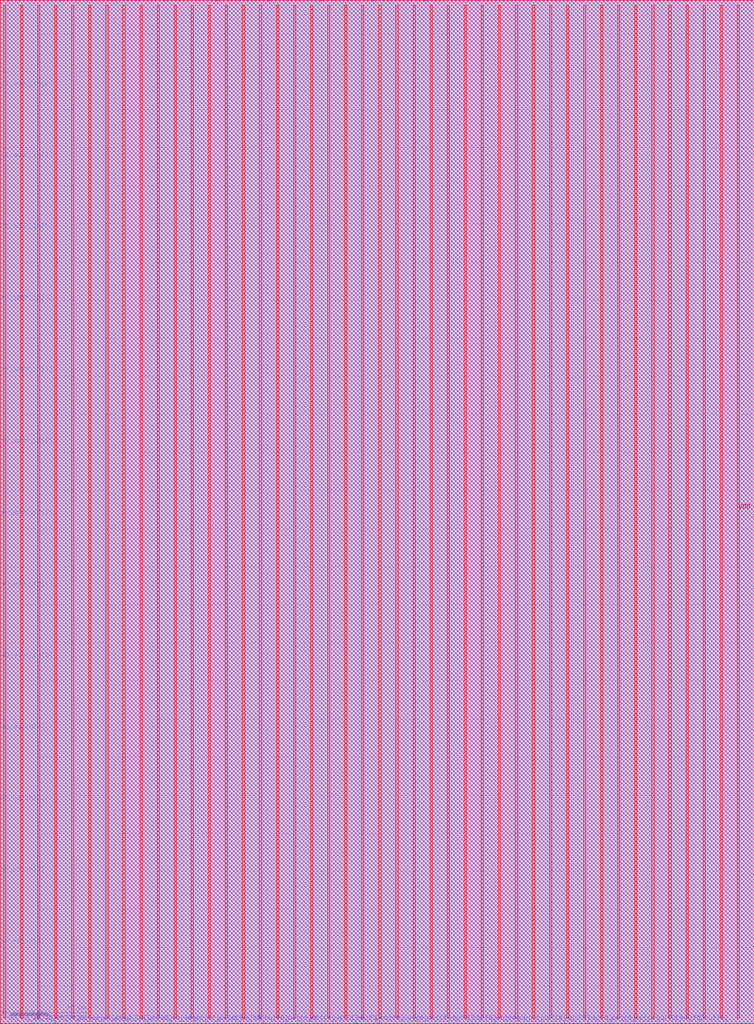
<source format=lef>
VERSION 5.7 ;
BUSBITCHARS "[]" ;
MACRO fakeram_20x64_2r1w
  FOREIGN fakeram_20x64_2r1w 0 0 ;
  SYMMETRY X Y R90 ;
  SIZE 98.990 BY 134.400 ;
  CLASS BLOCK ;
  PIN w0_wd_in[0]
    DIRECTION INPUT ;
    USE SIGNAL ;
    SHAPE ABUTMENT ;
    PORT
      LAYER metal3 ;
      RECT 0.000 0.805 0.140 0.875 ;
    END
  END w0_wd_in[0]
  PIN w0_wd_in[1]
    DIRECTION INPUT ;
    USE SIGNAL ;
    SHAPE ABUTMENT ;
    PORT
      LAYER metal3 ;
      RECT 0.000 10.185 0.140 10.255 ;
    END
  END w0_wd_in[1]
  PIN w0_wd_in[2]
    DIRECTION INPUT ;
    USE SIGNAL ;
    SHAPE ABUTMENT ;
    PORT
      LAYER metal3 ;
      RECT 0.000 19.565 0.140 19.635 ;
    END
  END w0_wd_in[2]
  PIN w0_wd_in[3]
    DIRECTION INPUT ;
    USE SIGNAL ;
    SHAPE ABUTMENT ;
    PORT
      LAYER metal3 ;
      RECT 0.000 28.945 0.140 29.015 ;
    END
  END w0_wd_in[3]
  PIN w0_wd_in[4]
    DIRECTION INPUT ;
    USE SIGNAL ;
    SHAPE ABUTMENT ;
    PORT
      LAYER metal3 ;
      RECT 0.000 38.325 0.140 38.395 ;
    END
  END w0_wd_in[4]
  PIN w0_wd_in[5]
    DIRECTION INPUT ;
    USE SIGNAL ;
    SHAPE ABUTMENT ;
    PORT
      LAYER metal3 ;
      RECT 98.850 0.805 98.990 0.875 ;
    END
  END w0_wd_in[5]
  PIN w0_wd_in[6]
    DIRECTION INPUT ;
    USE SIGNAL ;
    SHAPE ABUTMENT ;
    PORT
      LAYER metal3 ;
      RECT 98.850 10.185 98.990 10.255 ;
    END
  END w0_wd_in[6]
  PIN w0_wd_in[7]
    DIRECTION INPUT ;
    USE SIGNAL ;
    SHAPE ABUTMENT ;
    PORT
      LAYER metal3 ;
      RECT 98.850 19.565 98.990 19.635 ;
    END
  END w0_wd_in[7]
  PIN w0_wd_in[8]
    DIRECTION INPUT ;
    USE SIGNAL ;
    SHAPE ABUTMENT ;
    PORT
      LAYER metal3 ;
      RECT 98.850 28.945 98.990 29.015 ;
    END
  END w0_wd_in[8]
  PIN w0_wd_in[9]
    DIRECTION INPUT ;
    USE SIGNAL ;
    SHAPE ABUTMENT ;
    PORT
      LAYER metal3 ;
      RECT 98.850 38.325 98.990 38.395 ;
    END
  END w0_wd_in[9]
  PIN w0_wd_in[10]
    DIRECTION OUTPUT ;
    USE SIGNAL ;
    SHAPE ABUTMENT ;
    PORT
      LAYER metal2 ;
      RECT 1.105 0.000 1.175 0.140 ;
    END
  END w0_wd_in[10]
  PIN w0_wd_in[11]
    DIRECTION OUTPUT ;
    USE SIGNAL ;
    SHAPE ABUTMENT ;
    PORT
      LAYER metal2 ;
      RECT 4.145 0.000 4.215 0.140 ;
    END
  END w0_wd_in[11]
  PIN w0_wd_in[12]
    DIRECTION OUTPUT ;
    USE SIGNAL ;
    SHAPE ABUTMENT ;
    PORT
      LAYER metal2 ;
      RECT 7.185 0.000 7.255 0.140 ;
    END
  END w0_wd_in[12]
  PIN w0_wd_in[13]
    DIRECTION OUTPUT ;
    USE SIGNAL ;
    SHAPE ABUTMENT ;
    PORT
      LAYER metal2 ;
      RECT 10.225 0.000 10.295 0.140 ;
    END
  END w0_wd_in[13]
  PIN w0_wd_in[14]
    DIRECTION OUTPUT ;
    USE SIGNAL ;
    SHAPE ABUTMENT ;
    PORT
      LAYER metal2 ;
      RECT 13.265 0.000 13.335 0.140 ;
    END
  END w0_wd_in[14]
  PIN w0_wd_in[15]
    DIRECTION OUTPUT ;
    USE SIGNAL ;
    SHAPE ABUTMENT ;
    PORT
      LAYER metal2 ;
      RECT 16.305 0.000 16.375 0.140 ;
    END
  END w0_wd_in[15]
  PIN w0_wd_in[16]
    DIRECTION OUTPUT ;
    USE SIGNAL ;
    SHAPE ABUTMENT ;
    PORT
      LAYER metal2 ;
      RECT 19.345 0.000 19.415 0.140 ;
    END
  END w0_wd_in[16]
  PIN w0_wd_in[17]
    DIRECTION OUTPUT ;
    USE SIGNAL ;
    SHAPE ABUTMENT ;
    PORT
      LAYER metal2 ;
      RECT 22.385 0.000 22.455 0.140 ;
    END
  END w0_wd_in[17]
  PIN w0_wd_in[18]
    DIRECTION OUTPUT ;
    USE SIGNAL ;
    SHAPE ABUTMENT ;
    PORT
      LAYER metal2 ;
      RECT 25.425 0.000 25.495 0.140 ;
    END
  END w0_wd_in[18]
  PIN w0_wd_in[19]
    DIRECTION OUTPUT ;
    USE SIGNAL ;
    SHAPE ABUTMENT ;
    PORT
      LAYER metal2 ;
      RECT 28.465 0.000 28.535 0.140 ;
    END
  END w0_wd_in[19]
  PIN r0_rd_out[0]
    DIRECTION OUTPUT ;
    USE SIGNAL ;
    SHAPE ABUTMENT ;
    PORT
      LAYER metal2 ;
      RECT 31.505 0.000 31.575 0.140 ;
    END
  END r0_rd_out[0]
  PIN r0_rd_out[1]
    DIRECTION OUTPUT ;
    USE SIGNAL ;
    SHAPE ABUTMENT ;
    PORT
      LAYER metal2 ;
      RECT 34.545 0.000 34.615 0.140 ;
    END
  END r0_rd_out[1]
  PIN r0_rd_out[2]
    DIRECTION OUTPUT ;
    USE SIGNAL ;
    SHAPE ABUTMENT ;
    PORT
      LAYER metal2 ;
      RECT 37.585 0.000 37.655 0.140 ;
    END
  END r0_rd_out[2]
  PIN r0_rd_out[3]
    DIRECTION OUTPUT ;
    USE SIGNAL ;
    SHAPE ABUTMENT ;
    PORT
      LAYER metal2 ;
      RECT 40.625 0.000 40.695 0.140 ;
    END
  END r0_rd_out[3]
  PIN r0_rd_out[4]
    DIRECTION OUTPUT ;
    USE SIGNAL ;
    SHAPE ABUTMENT ;
    PORT
      LAYER metal2 ;
      RECT 43.665 0.000 43.735 0.140 ;
    END
  END r0_rd_out[4]
  PIN r0_rd_out[5]
    DIRECTION OUTPUT ;
    USE SIGNAL ;
    SHAPE ABUTMENT ;
    PORT
      LAYER metal2 ;
      RECT 46.705 0.000 46.775 0.140 ;
    END
  END r0_rd_out[5]
  PIN r0_rd_out[6]
    DIRECTION OUTPUT ;
    USE SIGNAL ;
    SHAPE ABUTMENT ;
    PORT
      LAYER metal2 ;
      RECT 49.745 0.000 49.815 0.140 ;
    END
  END r0_rd_out[6]
  PIN r0_rd_out[7]
    DIRECTION OUTPUT ;
    USE SIGNAL ;
    SHAPE ABUTMENT ;
    PORT
      LAYER metal2 ;
      RECT 52.785 0.000 52.855 0.140 ;
    END
  END r0_rd_out[7]
  PIN r0_rd_out[8]
    DIRECTION OUTPUT ;
    USE SIGNAL ;
    SHAPE ABUTMENT ;
    PORT
      LAYER metal2 ;
      RECT 55.825 0.000 55.895 0.140 ;
    END
  END r0_rd_out[8]
  PIN r0_rd_out[9]
    DIRECTION OUTPUT ;
    USE SIGNAL ;
    SHAPE ABUTMENT ;
    PORT
      LAYER metal2 ;
      RECT 58.865 0.000 58.935 0.140 ;
    END
  END r0_rd_out[9]
  PIN r0_rd_out[10]
    DIRECTION OUTPUT ;
    USE SIGNAL ;
    SHAPE ABUTMENT ;
    PORT
      LAYER metal2 ;
      RECT 1.105 134.260 1.175 134.400 ;
    END
  END r0_rd_out[10]
  PIN r0_rd_out[11]
    DIRECTION OUTPUT ;
    USE SIGNAL ;
    SHAPE ABUTMENT ;
    PORT
      LAYER metal2 ;
      RECT 4.525 134.260 4.595 134.400 ;
    END
  END r0_rd_out[11]
  PIN r0_rd_out[12]
    DIRECTION OUTPUT ;
    USE SIGNAL ;
    SHAPE ABUTMENT ;
    PORT
      LAYER metal2 ;
      RECT 7.945 134.260 8.015 134.400 ;
    END
  END r0_rd_out[12]
  PIN r0_rd_out[13]
    DIRECTION OUTPUT ;
    USE SIGNAL ;
    SHAPE ABUTMENT ;
    PORT
      LAYER metal2 ;
      RECT 11.365 134.260 11.435 134.400 ;
    END
  END r0_rd_out[13]
  PIN r0_rd_out[14]
    DIRECTION OUTPUT ;
    USE SIGNAL ;
    SHAPE ABUTMENT ;
    PORT
      LAYER metal2 ;
      RECT 14.785 134.260 14.855 134.400 ;
    END
  END r0_rd_out[14]
  PIN r0_rd_out[15]
    DIRECTION OUTPUT ;
    USE SIGNAL ;
    SHAPE ABUTMENT ;
    PORT
      LAYER metal2 ;
      RECT 18.205 134.260 18.275 134.400 ;
    END
  END r0_rd_out[15]
  PIN r0_rd_out[16]
    DIRECTION OUTPUT ;
    USE SIGNAL ;
    SHAPE ABUTMENT ;
    PORT
      LAYER metal2 ;
      RECT 21.625 134.260 21.695 134.400 ;
    END
  END r0_rd_out[16]
  PIN r0_rd_out[17]
    DIRECTION OUTPUT ;
    USE SIGNAL ;
    SHAPE ABUTMENT ;
    PORT
      LAYER metal2 ;
      RECT 25.045 134.260 25.115 134.400 ;
    END
  END r0_rd_out[17]
  PIN r0_rd_out[18]
    DIRECTION OUTPUT ;
    USE SIGNAL ;
    SHAPE ABUTMENT ;
    PORT
      LAYER metal2 ;
      RECT 28.465 134.260 28.535 134.400 ;
    END
  END r0_rd_out[18]
  PIN r0_rd_out[19]
    DIRECTION OUTPUT ;
    USE SIGNAL ;
    SHAPE ABUTMENT ;
    PORT
      LAYER metal2 ;
      RECT 31.885 134.260 31.955 134.400 ;
    END
  END r0_rd_out[19]
  PIN r1_rd_out[0]
    DIRECTION OUTPUT ;
    USE SIGNAL ;
    SHAPE ABUTMENT ;
    PORT
      LAYER metal2 ;
      RECT 61.905 0.000 61.975 0.140 ;
    END
  END r1_rd_out[0]
  PIN r1_rd_out[1]
    DIRECTION OUTPUT ;
    USE SIGNAL ;
    SHAPE ABUTMENT ;
    PORT
      LAYER metal2 ;
      RECT 64.945 0.000 65.015 0.140 ;
    END
  END r1_rd_out[1]
  PIN r1_rd_out[2]
    DIRECTION OUTPUT ;
    USE SIGNAL ;
    SHAPE ABUTMENT ;
    PORT
      LAYER metal2 ;
      RECT 67.985 0.000 68.055 0.140 ;
    END
  END r1_rd_out[2]
  PIN r1_rd_out[3]
    DIRECTION OUTPUT ;
    USE SIGNAL ;
    SHAPE ABUTMENT ;
    PORT
      LAYER metal2 ;
      RECT 71.025 0.000 71.095 0.140 ;
    END
  END r1_rd_out[3]
  PIN r1_rd_out[4]
    DIRECTION OUTPUT ;
    USE SIGNAL ;
    SHAPE ABUTMENT ;
    PORT
      LAYER metal2 ;
      RECT 74.065 0.000 74.135 0.140 ;
    END
  END r1_rd_out[4]
  PIN r1_rd_out[5]
    DIRECTION OUTPUT ;
    USE SIGNAL ;
    SHAPE ABUTMENT ;
    PORT
      LAYER metal2 ;
      RECT 77.105 0.000 77.175 0.140 ;
    END
  END r1_rd_out[5]
  PIN r1_rd_out[6]
    DIRECTION OUTPUT ;
    USE SIGNAL ;
    SHAPE ABUTMENT ;
    PORT
      LAYER metal2 ;
      RECT 80.145 0.000 80.215 0.140 ;
    END
  END r1_rd_out[6]
  PIN r1_rd_out[7]
    DIRECTION OUTPUT ;
    USE SIGNAL ;
    SHAPE ABUTMENT ;
    PORT
      LAYER metal2 ;
      RECT 83.185 0.000 83.255 0.140 ;
    END
  END r1_rd_out[7]
  PIN r1_rd_out[8]
    DIRECTION OUTPUT ;
    USE SIGNAL ;
    SHAPE ABUTMENT ;
    PORT
      LAYER metal2 ;
      RECT 86.225 0.000 86.295 0.140 ;
    END
  END r1_rd_out[8]
  PIN r1_rd_out[9]
    DIRECTION OUTPUT ;
    USE SIGNAL ;
    SHAPE ABUTMENT ;
    PORT
      LAYER metal2 ;
      RECT 89.265 0.000 89.335 0.140 ;
    END
  END r1_rd_out[9]
  PIN r1_rd_out[10]
    DIRECTION OUTPUT ;
    USE SIGNAL ;
    SHAPE ABUTMENT ;
    PORT
      LAYER metal2 ;
      RECT 35.305 134.260 35.375 134.400 ;
    END
  END r1_rd_out[10]
  PIN r1_rd_out[11]
    DIRECTION OUTPUT ;
    USE SIGNAL ;
    SHAPE ABUTMENT ;
    PORT
      LAYER metal2 ;
      RECT 38.725 134.260 38.795 134.400 ;
    END
  END r1_rd_out[11]
  PIN r1_rd_out[12]
    DIRECTION OUTPUT ;
    USE SIGNAL ;
    SHAPE ABUTMENT ;
    PORT
      LAYER metal2 ;
      RECT 42.145 134.260 42.215 134.400 ;
    END
  END r1_rd_out[12]
  PIN r1_rd_out[13]
    DIRECTION OUTPUT ;
    USE SIGNAL ;
    SHAPE ABUTMENT ;
    PORT
      LAYER metal2 ;
      RECT 45.565 134.260 45.635 134.400 ;
    END
  END r1_rd_out[13]
  PIN r1_rd_out[14]
    DIRECTION OUTPUT ;
    USE SIGNAL ;
    SHAPE ABUTMENT ;
    PORT
      LAYER metal2 ;
      RECT 48.985 134.260 49.055 134.400 ;
    END
  END r1_rd_out[14]
  PIN r1_rd_out[15]
    DIRECTION OUTPUT ;
    USE SIGNAL ;
    SHAPE ABUTMENT ;
    PORT
      LAYER metal2 ;
      RECT 52.405 134.260 52.475 134.400 ;
    END
  END r1_rd_out[15]
  PIN r1_rd_out[16]
    DIRECTION OUTPUT ;
    USE SIGNAL ;
    SHAPE ABUTMENT ;
    PORT
      LAYER metal2 ;
      RECT 55.825 134.260 55.895 134.400 ;
    END
  END r1_rd_out[16]
  PIN r1_rd_out[17]
    DIRECTION OUTPUT ;
    USE SIGNAL ;
    SHAPE ABUTMENT ;
    PORT
      LAYER metal2 ;
      RECT 59.245 134.260 59.315 134.400 ;
    END
  END r1_rd_out[17]
  PIN r1_rd_out[18]
    DIRECTION OUTPUT ;
    USE SIGNAL ;
    SHAPE ABUTMENT ;
    PORT
      LAYER metal2 ;
      RECT 62.665 134.260 62.735 134.400 ;
    END
  END r1_rd_out[18]
  PIN r1_rd_out[19]
    DIRECTION OUTPUT ;
    USE SIGNAL ;
    SHAPE ABUTMENT ;
    PORT
      LAYER metal2 ;
      RECT 66.085 134.260 66.155 134.400 ;
    END
  END r1_rd_out[19]
  PIN w0_addr_in[0]
    DIRECTION INPUT ;
    USE SIGNAL ;
    SHAPE ABUTMENT ;
    PORT
      LAYER metal3 ;
      RECT 0.000 47.705 0.140 47.775 ;
    END
  END w0_addr_in[0]
  PIN w0_addr_in[1]
    DIRECTION INPUT ;
    USE SIGNAL ;
    SHAPE ABUTMENT ;
    PORT
      LAYER metal3 ;
      RECT 0.000 57.085 0.140 57.155 ;
    END
  END w0_addr_in[1]
  PIN w0_addr_in[2]
    DIRECTION INPUT ;
    USE SIGNAL ;
    SHAPE ABUTMENT ;
    PORT
      LAYER metal3 ;
      RECT 0.000 66.465 0.140 66.535 ;
    END
  END w0_addr_in[2]
  PIN w0_addr_in[3]
    DIRECTION INPUT ;
    USE SIGNAL ;
    SHAPE ABUTMENT ;
    PORT
      LAYER metal3 ;
      RECT 98.850 47.705 98.990 47.775 ;
    END
  END w0_addr_in[3]
  PIN w0_addr_in[4]
    DIRECTION INPUT ;
    USE SIGNAL ;
    SHAPE ABUTMENT ;
    PORT
      LAYER metal3 ;
      RECT 98.850 57.085 98.990 57.155 ;
    END
  END w0_addr_in[4]
  PIN w0_addr_in[5]
    DIRECTION INPUT ;
    USE SIGNAL ;
    SHAPE ABUTMENT ;
    PORT
      LAYER metal3 ;
      RECT 98.850 66.465 98.990 66.535 ;
    END
  END w0_addr_in[5]
  PIN r0_addr_in[0]
    DIRECTION INPUT ;
    USE SIGNAL ;
    SHAPE ABUTMENT ;
    PORT
      LAYER metal3 ;
      RECT 0.000 75.845 0.140 75.915 ;
    END
  END r0_addr_in[0]
  PIN r0_addr_in[1]
    DIRECTION INPUT ;
    USE SIGNAL ;
    SHAPE ABUTMENT ;
    PORT
      LAYER metal3 ;
      RECT 0.000 85.225 0.140 85.295 ;
    END
  END r0_addr_in[1]
  PIN r0_addr_in[2]
    DIRECTION INPUT ;
    USE SIGNAL ;
    SHAPE ABUTMENT ;
    PORT
      LAYER metal3 ;
      RECT 0.000 94.605 0.140 94.675 ;
    END
  END r0_addr_in[2]
  PIN r0_addr_in[3]
    DIRECTION INPUT ;
    USE SIGNAL ;
    SHAPE ABUTMENT ;
    PORT
      LAYER metal3 ;
      RECT 98.850 75.845 98.990 75.915 ;
    END
  END r0_addr_in[3]
  PIN r0_addr_in[4]
    DIRECTION INPUT ;
    USE SIGNAL ;
    SHAPE ABUTMENT ;
    PORT
      LAYER metal3 ;
      RECT 98.850 85.225 98.990 85.295 ;
    END
  END r0_addr_in[4]
  PIN r0_addr_in[5]
    DIRECTION INPUT ;
    USE SIGNAL ;
    SHAPE ABUTMENT ;
    PORT
      LAYER metal3 ;
      RECT 98.850 94.605 98.990 94.675 ;
    END
  END r0_addr_in[5]
  PIN r1_addr_in[0]
    DIRECTION INPUT ;
    USE SIGNAL ;
    SHAPE ABUTMENT ;
    PORT
      LAYER metal3 ;
      RECT 0.000 103.985 0.140 104.055 ;
    END
  END r1_addr_in[0]
  PIN r1_addr_in[1]
    DIRECTION INPUT ;
    USE SIGNAL ;
    SHAPE ABUTMENT ;
    PORT
      LAYER metal3 ;
      RECT 0.000 113.365 0.140 113.435 ;
    END
  END r1_addr_in[1]
  PIN r1_addr_in[2]
    DIRECTION INPUT ;
    USE SIGNAL ;
    SHAPE ABUTMENT ;
    PORT
      LAYER metal3 ;
      RECT 0.000 122.745 0.140 122.815 ;
    END
  END r1_addr_in[2]
  PIN r1_addr_in[3]
    DIRECTION INPUT ;
    USE SIGNAL ;
    SHAPE ABUTMENT ;
    PORT
      LAYER metal3 ;
      RECT 98.850 103.985 98.990 104.055 ;
    END
  END r1_addr_in[3]
  PIN r1_addr_in[4]
    DIRECTION INPUT ;
    USE SIGNAL ;
    SHAPE ABUTMENT ;
    PORT
      LAYER metal3 ;
      RECT 98.850 113.365 98.990 113.435 ;
    END
  END r1_addr_in[4]
  PIN r1_addr_in[5]
    DIRECTION INPUT ;
    USE SIGNAL ;
    SHAPE ABUTMENT ;
    PORT
      LAYER metal3 ;
      RECT 98.850 122.745 98.990 122.815 ;
    END
  END r1_addr_in[5]
  PIN w0_we_in
    DIRECTION INPUT ;
    USE SIGNAL ;
    SHAPE ABUTMENT ;
    PORT
      LAYER metal2 ;
      RECT 69.505 134.260 69.575 134.400 ;
    END
  END w0_we_in
  PIN w0_ce_in
    DIRECTION INPUT ;
    USE SIGNAL ;
    SHAPE ABUTMENT ;
    PORT
      LAYER metal2 ;
      RECT 72.925 134.260 72.995 134.400 ;
    END
  END w0_ce_in
  PIN w0_clk
    DIRECTION INPUT ;
    USE SIGNAL ;
    SHAPE ABUTMENT ;
    PORT
      LAYER metal2 ;
      RECT 76.345 134.260 76.415 134.400 ;
    END
  END w0_clk
  PIN r0_ce_in
    DIRECTION INPUT ;
    USE SIGNAL ;
    SHAPE ABUTMENT ;
    PORT
      LAYER metal2 ;
      RECT 79.765 134.260 79.835 134.400 ;
    END
  END r0_ce_in
  PIN r0_clk
    DIRECTION INPUT ;
    USE SIGNAL ;
    SHAPE ABUTMENT ;
    PORT
      LAYER metal2 ;
      RECT 83.185 134.260 83.255 134.400 ;
    END
  END r0_clk
  PIN r1_ce_in
    DIRECTION INPUT ;
    USE SIGNAL ;
    SHAPE ABUTMENT ;
    PORT
      LAYER metal2 ;
      RECT 86.605 134.260 86.675 134.400 ;
    END
  END r1_ce_in
  PIN r1_clk
    DIRECTION INPUT ;
    USE SIGNAL ;
    SHAPE ABUTMENT ;
    PORT
      LAYER metal2 ;
      RECT 90.025 134.260 90.095 134.400 ;
    END
  END r1_clk
  PIN VSS
    DIRECTION INOUT ;
    USE GROUND ;
    PORT
      LAYER metal4 ;
      RECT 0.430 0.700 0.710 133.700 ;
      RECT 2.670 0.700 2.950 133.700 ;
      RECT 4.910 0.700 5.190 133.700 ;
      RECT 7.150 0.700 7.430 133.700 ;
      RECT 9.390 0.700 9.670 133.700 ;
      RECT 11.630 0.700 11.910 133.700 ;
      RECT 13.870 0.700 14.150 133.700 ;
      RECT 16.110 0.700 16.390 133.700 ;
      RECT 18.350 0.700 18.630 133.700 ;
      RECT 20.590 0.700 20.870 133.700 ;
      RECT 22.830 0.700 23.110 133.700 ;
      RECT 25.070 0.700 25.350 133.700 ;
      RECT 27.310 0.700 27.590 133.700 ;
      RECT 29.550 0.700 29.830 133.700 ;
      RECT 31.790 0.700 32.070 133.700 ;
      RECT 34.030 0.700 34.310 133.700 ;
      RECT 36.270 0.700 36.550 133.700 ;
      RECT 38.510 0.700 38.790 133.700 ;
      RECT 40.750 0.700 41.030 133.700 ;
      RECT 42.990 0.700 43.270 133.700 ;
      RECT 45.230 0.700 45.510 133.700 ;
      RECT 47.470 0.700 47.750 133.700 ;
      RECT 49.710 0.700 49.990 133.700 ;
      RECT 51.950 0.700 52.230 133.700 ;
      RECT 54.190 0.700 54.470 133.700 ;
      RECT 56.430 0.700 56.710 133.700 ;
      RECT 58.670 0.700 58.950 133.700 ;
      RECT 60.910 0.700 61.190 133.700 ;
      RECT 63.150 0.700 63.430 133.700 ;
      RECT 65.390 0.700 65.670 133.700 ;
      RECT 67.630 0.700 67.910 133.700 ;
      RECT 69.870 0.700 70.150 133.700 ;
      RECT 72.110 0.700 72.390 133.700 ;
      RECT 74.350 0.700 74.630 133.700 ;
      RECT 76.590 0.700 76.870 133.700 ;
      RECT 78.830 0.700 79.110 133.700 ;
      RECT 81.070 0.700 81.350 133.700 ;
      RECT 83.310 0.700 83.590 133.700 ;
      RECT 85.550 0.700 85.830 133.700 ;
      RECT 87.790 0.700 88.070 133.700 ;
      RECT 90.030 0.700 90.310 133.700 ;
      RECT 92.270 0.700 92.550 133.700 ;
      RECT 94.510 0.700 94.790 133.700 ;
      RECT 96.750 0.700 97.030 133.700 ;
    END
  END VSS
  PIN VDD
    DIRECTION INOUT ;
    USE POWER ;
    PORT
      LAYER metal4 ;
      RECT 0.430 0.700 0.710 133.700 ;
      RECT 2.670 0.700 2.950 133.700 ;
      RECT 4.910 0.700 5.190 133.700 ;
      RECT 7.150 0.700 7.430 133.700 ;
      RECT 9.390 0.700 9.670 133.700 ;
      RECT 11.630 0.700 11.910 133.700 ;
      RECT 13.870 0.700 14.150 133.700 ;
      RECT 16.110 0.700 16.390 133.700 ;
      RECT 18.350 0.700 18.630 133.700 ;
      RECT 20.590 0.700 20.870 133.700 ;
      RECT 22.830 0.700 23.110 133.700 ;
      RECT 25.070 0.700 25.350 133.700 ;
      RECT 27.310 0.700 27.590 133.700 ;
      RECT 29.550 0.700 29.830 133.700 ;
      RECT 31.790 0.700 32.070 133.700 ;
      RECT 34.030 0.700 34.310 133.700 ;
      RECT 36.270 0.700 36.550 133.700 ;
      RECT 38.510 0.700 38.790 133.700 ;
      RECT 40.750 0.700 41.030 133.700 ;
      RECT 42.990 0.700 43.270 133.700 ;
      RECT 45.230 0.700 45.510 133.700 ;
      RECT 47.470 0.700 47.750 133.700 ;
      RECT 49.710 0.700 49.990 133.700 ;
      RECT 51.950 0.700 52.230 133.700 ;
      RECT 54.190 0.700 54.470 133.700 ;
      RECT 56.430 0.700 56.710 133.700 ;
      RECT 58.670 0.700 58.950 133.700 ;
      RECT 60.910 0.700 61.190 133.700 ;
      RECT 63.150 0.700 63.430 133.700 ;
      RECT 65.390 0.700 65.670 133.700 ;
      RECT 67.630 0.700 67.910 133.700 ;
      RECT 69.870 0.700 70.150 133.700 ;
      RECT 72.110 0.700 72.390 133.700 ;
      RECT 74.350 0.700 74.630 133.700 ;
      RECT 76.590 0.700 76.870 133.700 ;
      RECT 78.830 0.700 79.110 133.700 ;
      RECT 81.070 0.700 81.350 133.700 ;
      RECT 83.310 0.700 83.590 133.700 ;
      RECT 85.550 0.700 85.830 133.700 ;
      RECT 87.790 0.700 88.070 133.700 ;
      RECT 90.030 0.700 90.310 133.700 ;
      RECT 92.270 0.700 92.550 133.700 ;
      RECT 94.510 0.700 94.790 133.700 ;
      RECT 96.750 0.700 97.030 133.700 ;
    END
  END VDD
  OBS
    LAYER metal1 ;
    RECT 0 0 98.990 134.400 ;
    LAYER metal2 ;
    RECT 0 0 98.990 134.400 ;
    LAYER metal3 ;
    RECT 0 0 98.990 134.400 ;
    LAYER metal4 ;
    RECT 0 0 98.990 134.400 ;
    LAYER OVERLAP ;
    RECT 0 0 98.990 134.400 ;
  END
END fakeram_20x64_2r1w

END LIBRARY

</source>
